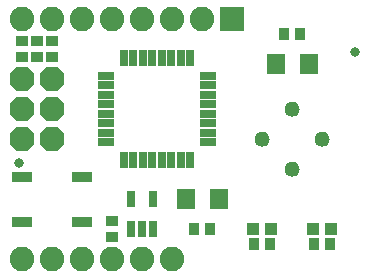
<source format=gbr>
G04 EAGLE Gerber RS-274X export*
G75*
%MOMM*%
%FSLAX34Y34*%
%LPD*%
%INSoldermask Top*%
%IPPOS*%
%AMOC8*
5,1,8,0,0,1.08239X$1,22.5*%
G01*
%ADD10P,2.254402X8X112.500000*%
%ADD11R,0.903200X1.103200*%
%ADD12R,1.603200X1.803200*%
%ADD13R,1.003200X1.003200*%
%ADD14R,0.762000X1.473200*%
%ADD15R,1.473200X0.762000*%
%ADD16R,1.103200X0.903200*%
%ADD17C,2.082800*%
%ADD18R,0.753200X1.403200*%
%ADD19R,1.727200X0.965200*%
%ADD20R,2.082800X2.082800*%
%ADD21C,0.838200*%

G36*
X241442Y133359D02*
X241442Y133359D01*
X242573Y133486D01*
X242633Y133501D01*
X242695Y133506D01*
X242850Y133549D01*
X243923Y133925D01*
X243979Y133953D01*
X244038Y133972D01*
X244179Y134048D01*
X245143Y134654D01*
X245191Y134693D01*
X245244Y134724D01*
X245365Y134831D01*
X246169Y135635D01*
X246207Y135684D01*
X246252Y135727D01*
X246346Y135857D01*
X246952Y136821D01*
X246978Y136877D01*
X247012Y136928D01*
X247075Y137077D01*
X247451Y138150D01*
X247464Y138211D01*
X247486Y138269D01*
X247514Y138427D01*
X247641Y139558D01*
X247641Y139588D01*
X247646Y139617D01*
X247644Y139648D01*
X247649Y139681D01*
X247641Y139842D01*
X247514Y140973D01*
X247499Y141033D01*
X247494Y141095D01*
X247451Y141250D01*
X247075Y142323D01*
X247047Y142379D01*
X247028Y142438D01*
X246952Y142579D01*
X246346Y143543D01*
X246307Y143591D01*
X246276Y143644D01*
X246169Y143765D01*
X245365Y144569D01*
X245316Y144607D01*
X245273Y144652D01*
X245143Y144746D01*
X244179Y145352D01*
X244123Y145378D01*
X244072Y145412D01*
X243923Y145475D01*
X242850Y145851D01*
X242789Y145864D01*
X242731Y145886D01*
X242573Y145914D01*
X241442Y146041D01*
X241394Y146041D01*
X241366Y146042D01*
X241319Y146049D01*
X241158Y146041D01*
X240027Y145914D01*
X239967Y145899D01*
X239905Y145894D01*
X239750Y145851D01*
X238677Y145475D01*
X238621Y145447D01*
X238562Y145428D01*
X238421Y145352D01*
X237457Y144746D01*
X237410Y144707D01*
X237356Y144676D01*
X237235Y144569D01*
X236431Y143765D01*
X236393Y143716D01*
X236348Y143673D01*
X236254Y143543D01*
X235648Y142579D01*
X235622Y142523D01*
X235588Y142472D01*
X235525Y142323D01*
X235149Y141250D01*
X235136Y141189D01*
X235114Y141131D01*
X235086Y140973D01*
X234959Y139842D01*
X234959Y139807D01*
X234954Y139778D01*
X234955Y139750D01*
X234951Y139719D01*
X234959Y139558D01*
X235086Y138427D01*
X235101Y138367D01*
X235106Y138305D01*
X235149Y138150D01*
X235525Y137077D01*
X235553Y137021D01*
X235572Y136962D01*
X235648Y136821D01*
X236254Y135857D01*
X236293Y135810D01*
X236324Y135756D01*
X236431Y135635D01*
X237235Y134831D01*
X237284Y134793D01*
X237327Y134748D01*
X237457Y134654D01*
X238421Y134048D01*
X238477Y134022D01*
X238528Y133988D01*
X238677Y133925D01*
X239750Y133549D01*
X239811Y133536D01*
X239869Y133514D01*
X240027Y133486D01*
X241158Y133359D01*
X241220Y133360D01*
X241281Y133351D01*
X241442Y133359D01*
G37*
G36*
X266842Y107959D02*
X266842Y107959D01*
X267973Y108086D01*
X268033Y108101D01*
X268095Y108106D01*
X268250Y108149D01*
X269323Y108525D01*
X269379Y108553D01*
X269438Y108572D01*
X269579Y108648D01*
X270543Y109254D01*
X270591Y109293D01*
X270644Y109324D01*
X270765Y109431D01*
X271569Y110235D01*
X271607Y110284D01*
X271652Y110327D01*
X271746Y110457D01*
X272352Y111421D01*
X272378Y111477D01*
X272412Y111528D01*
X272475Y111677D01*
X272851Y112750D01*
X272864Y112811D01*
X272886Y112869D01*
X272914Y113027D01*
X273041Y114158D01*
X273041Y114188D01*
X273046Y114217D01*
X273044Y114248D01*
X273049Y114281D01*
X273041Y114442D01*
X272914Y115573D01*
X272899Y115633D01*
X272894Y115695D01*
X272851Y115850D01*
X272475Y116923D01*
X272447Y116979D01*
X272428Y117038D01*
X272352Y117179D01*
X271746Y118143D01*
X271707Y118191D01*
X271676Y118244D01*
X271569Y118365D01*
X270765Y119169D01*
X270716Y119207D01*
X270673Y119252D01*
X270543Y119346D01*
X269579Y119952D01*
X269523Y119978D01*
X269472Y120012D01*
X269323Y120075D01*
X268250Y120451D01*
X268189Y120464D01*
X268131Y120486D01*
X267973Y120514D01*
X266842Y120641D01*
X266794Y120641D01*
X266766Y120642D01*
X266719Y120649D01*
X266558Y120641D01*
X265427Y120514D01*
X265367Y120499D01*
X265305Y120494D01*
X265150Y120451D01*
X264077Y120075D01*
X264021Y120047D01*
X263962Y120028D01*
X263821Y119952D01*
X262857Y119346D01*
X262810Y119307D01*
X262756Y119276D01*
X262635Y119169D01*
X261831Y118365D01*
X261793Y118316D01*
X261748Y118273D01*
X261654Y118143D01*
X261048Y117179D01*
X261022Y117123D01*
X260988Y117072D01*
X260925Y116923D01*
X260549Y115850D01*
X260536Y115789D01*
X260514Y115731D01*
X260486Y115573D01*
X260359Y114442D01*
X260359Y114407D01*
X260354Y114378D01*
X260355Y114350D01*
X260351Y114319D01*
X260359Y114158D01*
X260486Y113027D01*
X260501Y112967D01*
X260506Y112905D01*
X260549Y112750D01*
X260925Y111677D01*
X260953Y111621D01*
X260972Y111562D01*
X261048Y111421D01*
X261654Y110457D01*
X261693Y110410D01*
X261724Y110356D01*
X261831Y110235D01*
X262635Y109431D01*
X262684Y109393D01*
X262727Y109348D01*
X262857Y109254D01*
X263821Y108648D01*
X263877Y108622D01*
X263928Y108588D01*
X264077Y108525D01*
X265150Y108149D01*
X265211Y108136D01*
X265269Y108114D01*
X265427Y108086D01*
X266558Y107959D01*
X266620Y107960D01*
X266681Y107951D01*
X266842Y107959D01*
G37*
G36*
X216042Y107959D02*
X216042Y107959D01*
X217173Y108086D01*
X217233Y108101D01*
X217295Y108106D01*
X217450Y108149D01*
X218523Y108525D01*
X218579Y108553D01*
X218638Y108572D01*
X218779Y108648D01*
X219743Y109254D01*
X219791Y109293D01*
X219844Y109324D01*
X219965Y109431D01*
X220769Y110235D01*
X220807Y110284D01*
X220852Y110327D01*
X220946Y110457D01*
X221552Y111421D01*
X221578Y111477D01*
X221612Y111528D01*
X221675Y111677D01*
X222051Y112750D01*
X222064Y112811D01*
X222086Y112869D01*
X222114Y113027D01*
X222241Y114158D01*
X222241Y114188D01*
X222246Y114217D01*
X222244Y114248D01*
X222249Y114281D01*
X222241Y114442D01*
X222114Y115573D01*
X222099Y115633D01*
X222094Y115695D01*
X222051Y115850D01*
X221675Y116923D01*
X221647Y116979D01*
X221628Y117038D01*
X221552Y117179D01*
X220946Y118143D01*
X220907Y118191D01*
X220876Y118244D01*
X220769Y118365D01*
X219965Y119169D01*
X219916Y119207D01*
X219873Y119252D01*
X219743Y119346D01*
X218779Y119952D01*
X218723Y119978D01*
X218672Y120012D01*
X218523Y120075D01*
X217450Y120451D01*
X217389Y120464D01*
X217331Y120486D01*
X217173Y120514D01*
X216042Y120641D01*
X215994Y120641D01*
X215966Y120642D01*
X215919Y120649D01*
X215758Y120641D01*
X214627Y120514D01*
X214567Y120499D01*
X214505Y120494D01*
X214350Y120451D01*
X213277Y120075D01*
X213221Y120047D01*
X213162Y120028D01*
X213021Y119952D01*
X212057Y119346D01*
X212010Y119307D01*
X211956Y119276D01*
X211835Y119169D01*
X211031Y118365D01*
X210993Y118316D01*
X210948Y118273D01*
X210854Y118143D01*
X210248Y117179D01*
X210222Y117123D01*
X210188Y117072D01*
X210125Y116923D01*
X209749Y115850D01*
X209736Y115789D01*
X209714Y115731D01*
X209686Y115573D01*
X209559Y114442D01*
X209559Y114407D01*
X209554Y114378D01*
X209555Y114350D01*
X209551Y114319D01*
X209559Y114158D01*
X209686Y113027D01*
X209701Y112967D01*
X209706Y112905D01*
X209749Y112750D01*
X210125Y111677D01*
X210153Y111621D01*
X210172Y111562D01*
X210248Y111421D01*
X210854Y110457D01*
X210893Y110410D01*
X210924Y110356D01*
X211031Y110235D01*
X211835Y109431D01*
X211884Y109393D01*
X211927Y109348D01*
X212057Y109254D01*
X213021Y108648D01*
X213077Y108622D01*
X213128Y108588D01*
X213277Y108525D01*
X214350Y108149D01*
X214411Y108136D01*
X214469Y108114D01*
X214627Y108086D01*
X215758Y107959D01*
X215820Y107960D01*
X215881Y107951D01*
X216042Y107959D01*
G37*
G36*
X241442Y82559D02*
X241442Y82559D01*
X242573Y82686D01*
X242633Y82701D01*
X242695Y82706D01*
X242850Y82749D01*
X243923Y83125D01*
X243979Y83153D01*
X244038Y83172D01*
X244179Y83248D01*
X245143Y83854D01*
X245191Y83893D01*
X245244Y83924D01*
X245365Y84031D01*
X246169Y84835D01*
X246207Y84884D01*
X246252Y84927D01*
X246346Y85057D01*
X246952Y86021D01*
X246978Y86077D01*
X247012Y86128D01*
X247075Y86277D01*
X247451Y87350D01*
X247464Y87411D01*
X247486Y87469D01*
X247514Y87627D01*
X247641Y88758D01*
X247641Y88788D01*
X247646Y88817D01*
X247644Y88848D01*
X247649Y88881D01*
X247641Y89042D01*
X247514Y90173D01*
X247499Y90233D01*
X247494Y90295D01*
X247451Y90450D01*
X247075Y91523D01*
X247047Y91579D01*
X247028Y91638D01*
X246952Y91779D01*
X246346Y92743D01*
X246307Y92791D01*
X246276Y92844D01*
X246169Y92965D01*
X245365Y93769D01*
X245316Y93807D01*
X245273Y93852D01*
X245143Y93946D01*
X244179Y94552D01*
X244123Y94578D01*
X244072Y94612D01*
X243923Y94675D01*
X242850Y95051D01*
X242789Y95064D01*
X242731Y95086D01*
X242573Y95114D01*
X241442Y95241D01*
X241394Y95241D01*
X241366Y95242D01*
X241319Y95249D01*
X241158Y95241D01*
X240027Y95114D01*
X239967Y95099D01*
X239905Y95094D01*
X239750Y95051D01*
X238677Y94675D01*
X238621Y94647D01*
X238562Y94628D01*
X238421Y94552D01*
X237457Y93946D01*
X237410Y93907D01*
X237356Y93876D01*
X237235Y93769D01*
X236431Y92965D01*
X236393Y92916D01*
X236348Y92873D01*
X236254Y92743D01*
X235648Y91779D01*
X235622Y91723D01*
X235588Y91672D01*
X235525Y91523D01*
X235149Y90450D01*
X235136Y90389D01*
X235114Y90331D01*
X235086Y90173D01*
X234959Y89042D01*
X234959Y89007D01*
X234954Y88978D01*
X234955Y88950D01*
X234951Y88919D01*
X234959Y88758D01*
X235086Y87627D01*
X235101Y87567D01*
X235106Y87505D01*
X235149Y87350D01*
X235525Y86277D01*
X235553Y86221D01*
X235572Y86162D01*
X235648Y86021D01*
X236254Y85057D01*
X236293Y85010D01*
X236324Y84956D01*
X236431Y84835D01*
X237235Y84031D01*
X237284Y83993D01*
X237327Y83948D01*
X237457Y83854D01*
X238421Y83248D01*
X238477Y83222D01*
X238528Y83188D01*
X238677Y83125D01*
X239750Y82749D01*
X239811Y82736D01*
X239869Y82714D01*
X240027Y82686D01*
X241158Y82559D01*
X241220Y82560D01*
X241281Y82551D01*
X241442Y82559D01*
G37*
D10*
X38100Y114300D03*
X12700Y114300D03*
X38100Y139700D03*
X12700Y139700D03*
X38100Y165100D03*
X12700Y165100D03*
D11*
X158600Y38100D03*
X171600Y38100D03*
D12*
X179100Y63500D03*
X151100Y63500D03*
D13*
X274200Y38100D03*
X259200Y38100D03*
D11*
X260200Y25400D03*
X273200Y25400D03*
D13*
X223400Y38100D03*
X208400Y38100D03*
D11*
X209400Y25400D03*
X222400Y25400D03*
D14*
X99000Y96774D03*
X107000Y96774D03*
X115000Y96774D03*
X123000Y96774D03*
X131000Y96774D03*
X139000Y96774D03*
X147000Y96774D03*
X155000Y96774D03*
D15*
X169926Y111700D03*
X169926Y119700D03*
X169926Y127700D03*
X169926Y135700D03*
X169926Y143700D03*
X169926Y151700D03*
X169926Y159700D03*
X169926Y167700D03*
D14*
X155000Y182626D03*
X147000Y182626D03*
X139000Y182626D03*
X131000Y182626D03*
X123000Y182626D03*
X115000Y182626D03*
X107000Y182626D03*
X99000Y182626D03*
D15*
X84074Y167700D03*
X84074Y159700D03*
X84074Y151700D03*
X84074Y143700D03*
X84074Y135700D03*
X84074Y127700D03*
X84074Y119700D03*
X84074Y111700D03*
D16*
X25400Y184000D03*
X25400Y197000D03*
D17*
X12700Y12700D03*
X38100Y12700D03*
X63500Y12700D03*
X88900Y12700D03*
X114300Y12700D03*
X139700Y12700D03*
D18*
X104800Y37799D03*
X114300Y37799D03*
X123800Y37799D03*
X123800Y63801D03*
X104800Y63801D03*
D19*
X63500Y44450D03*
X12700Y44450D03*
X63500Y82550D03*
X12700Y82550D03*
D11*
X234800Y203200D03*
X247800Y203200D03*
D12*
X255300Y177800D03*
X227300Y177800D03*
D20*
X190500Y215900D03*
D17*
X165100Y215900D03*
X139700Y215900D03*
X114300Y215900D03*
X88900Y215900D03*
X63500Y215900D03*
X38100Y215900D03*
X12700Y215900D03*
D16*
X88900Y44600D03*
X88900Y31600D03*
X12700Y197000D03*
X12700Y184000D03*
X38100Y197000D03*
X38100Y184000D03*
D21*
X10160Y93980D03*
X294640Y187960D03*
M02*

</source>
